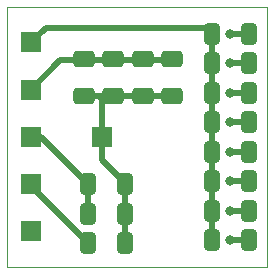
<source format=gtl>
G04 #@! TF.GenerationSoftware,KiCad,Pcbnew,(7.0.0)*
G04 #@! TF.CreationDate,2023-03-10T18:26:51+01:00*
G04 #@! TF.ProjectId,CapacitorBox1206,43617061-6369-4746-9f72-426f78313230,rev?*
G04 #@! TF.SameCoordinates,Original*
G04 #@! TF.FileFunction,Copper,L1,Top*
G04 #@! TF.FilePolarity,Positive*
%FSLAX46Y46*%
G04 Gerber Fmt 4.6, Leading zero omitted, Abs format (unit mm)*
G04 Created by KiCad (PCBNEW (7.0.0)) date 2023-03-10 18:26:51*
%MOMM*%
%LPD*%
G01*
G04 APERTURE LIST*
G04 Aperture macros list*
%AMRoundRect*
0 Rectangle with rounded corners*
0 $1 Rounding radius*
0 $2 $3 $4 $5 $6 $7 $8 $9 X,Y pos of 4 corners*
0 Add a 4 corners polygon primitive as box body*
4,1,4,$2,$3,$4,$5,$6,$7,$8,$9,$2,$3,0*
0 Add four circle primitives for the rounded corners*
1,1,$1+$1,$2,$3*
1,1,$1+$1,$4,$5*
1,1,$1+$1,$6,$7*
1,1,$1+$1,$8,$9*
0 Add four rect primitives between the rounded corners*
20,1,$1+$1,$2,$3,$4,$5,0*
20,1,$1+$1,$4,$5,$6,$7,0*
20,1,$1+$1,$6,$7,$8,$9,0*
20,1,$1+$1,$8,$9,$2,$3,0*%
G04 Aperture macros list end*
G04 #@! TA.AperFunction,SMDPad,CuDef*
%ADD10RoundRect,0.250000X-0.412500X-0.650000X0.412500X-0.650000X0.412500X0.650000X-0.412500X0.650000X0*%
G04 #@! TD*
G04 #@! TA.AperFunction,SMDPad,CuDef*
%ADD11RoundRect,0.250000X-0.650000X0.412500X-0.650000X-0.412500X0.650000X-0.412500X0.650000X0.412500X0*%
G04 #@! TD*
G04 #@! TA.AperFunction,ComponentPad*
%ADD12R,1.700000X1.700000*%
G04 #@! TD*
G04 #@! TA.AperFunction,ViaPad*
%ADD13C,0.800000*%
G04 #@! TD*
G04 #@! TA.AperFunction,Conductor*
%ADD14C,0.500000*%
G04 #@! TD*
G04 #@! TA.AperFunction,Profile*
%ADD15C,0.100000*%
G04 #@! TD*
G04 APERTURE END LIST*
D10*
X118375000Y-119750000D03*
X121500000Y-119750000D03*
X118375000Y-117250000D03*
X121500000Y-117250000D03*
D11*
X110000000Y-104437500D03*
X110000000Y-107562500D03*
D12*
X102999999Y-114999999D03*
X102999999Y-118999999D03*
D11*
X112500000Y-104437500D03*
X112500000Y-107562500D03*
X107500000Y-104437500D03*
X107500000Y-107562500D03*
D12*
X102999999Y-102999999D03*
X108999999Y-110999999D03*
D10*
X107875000Y-117500000D03*
X111000000Y-117500000D03*
D11*
X115000000Y-104437500D03*
X115000000Y-107562500D03*
D10*
X118375000Y-114750000D03*
X121500000Y-114750000D03*
X118375000Y-104750000D03*
X121500000Y-104750000D03*
D12*
X102999999Y-110999999D03*
D10*
X118375000Y-107250000D03*
X121500000Y-107250000D03*
X118375000Y-102250000D03*
X121500000Y-102250000D03*
X118375000Y-112250000D03*
X121500000Y-112250000D03*
X107875000Y-115000000D03*
X111000000Y-115000000D03*
D12*
X102999999Y-106999999D03*
D10*
X118375000Y-109750000D03*
X121500000Y-109750000D03*
X107875000Y-120000000D03*
X111000000Y-120000000D03*
D13*
X119837500Y-117250000D03*
X119837500Y-112250000D03*
X119837500Y-104750000D03*
X119837500Y-102250000D03*
X119837500Y-107250000D03*
X119837500Y-119750000D03*
X119837500Y-109750000D03*
X119837500Y-114750000D03*
D14*
X107875000Y-120000000D02*
X103000000Y-115125000D01*
X103000000Y-115125000D02*
X103000000Y-115000000D01*
X109000000Y-107750000D02*
X108812500Y-107562500D01*
X121500000Y-114750000D02*
X119837500Y-114750000D01*
X121500000Y-112250000D02*
X119837500Y-112250000D01*
X107500000Y-107562500D02*
X108812500Y-107562500D01*
X111000000Y-115000000D02*
X111000000Y-114912500D01*
X109000000Y-112912500D02*
X109000000Y-111000000D01*
X121500000Y-117250000D02*
X119837500Y-117250000D01*
X121500000Y-119750000D02*
X119837500Y-119750000D01*
X109000000Y-111000000D02*
X109000000Y-107750000D01*
X121500000Y-107250000D02*
X119837500Y-107250000D01*
X111000000Y-114912500D02*
X109000000Y-112912500D01*
X108812500Y-107562500D02*
X115000000Y-107562500D01*
X121500000Y-102250000D02*
X119837500Y-102250000D01*
X121500000Y-109750000D02*
X119837500Y-109750000D01*
X111000000Y-120000000D02*
X111000000Y-115000000D01*
X121500000Y-104750000D02*
X119837500Y-104750000D01*
X104250000Y-101750000D02*
X117875000Y-101750000D01*
X103000000Y-103000000D02*
X104250000Y-101750000D01*
X118375000Y-102250000D02*
X118375000Y-119750000D01*
X117875000Y-101750000D02*
X118375000Y-102250000D01*
X107875000Y-117500000D02*
X107875000Y-115000000D01*
X103875000Y-111000000D02*
X103000000Y-111000000D01*
X107875000Y-115000000D02*
X103875000Y-111000000D01*
X105500000Y-104500000D02*
X114937500Y-104500000D01*
X103000000Y-107000000D02*
X103087500Y-107000000D01*
X114937500Y-104500000D02*
X115000000Y-104437500D01*
X103000000Y-107000000D02*
X105500000Y-104500000D01*
D15*
X101000000Y-100000000D02*
X123000000Y-100000000D01*
X123000000Y-100000000D02*
X123000000Y-122000000D01*
X123000000Y-122000000D02*
X101000000Y-122000000D01*
X101000000Y-100000000D02*
X101000000Y-122000000D01*
M02*

</source>
